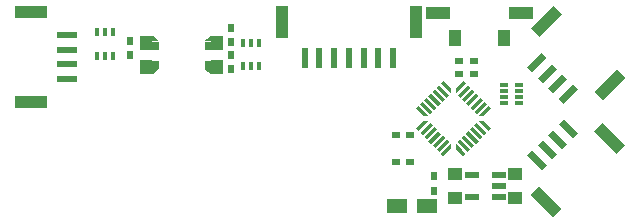
<source format=gbr>
G04 #@! TF.FileFunction,Paste,Bot*
%FSLAX46Y46*%
G04 Gerber Fmt 4.6, Leading zero omitted, Abs format (unit mm)*
G04 Created by KiCad (PCBNEW 4.0.5-e0-6337~49~ubuntu14.04.1) date Thu Jun 29 15:24:18 2017*
%MOMM*%
%LPD*%
G01*
G04 APERTURE LIST*
%ADD10C,0.100000*%
%ADD11R,0.800000X0.300000*%
%ADD12R,0.300000X0.800000*%
%ADD13R,1.200000X0.600000*%
%ADD14R,1.200000X1.000000*%
%ADD15R,1.800000X1.250000*%
%ADD16R,0.500000X0.800000*%
%ADD17R,0.800000X0.500000*%
%ADD18R,1.600000X0.800000*%
%ADD19R,1.000000X1.200000*%
%ADD20R,1.700000X0.600000*%
%ADD21R,2.700000X1.000000*%
%ADD22R,0.600000X1.700000*%
%ADD23R,1.000000X2.700000*%
%ADD24R,1.000000X1.400000*%
%ADD25R,2.000000X1.000000*%
G04 APERTURE END LIST*
D10*
G36*
X191560660Y-67630152D02*
X190924264Y-68266548D01*
X190712132Y-68054416D01*
X191348528Y-67418020D01*
X191560660Y-67630152D01*
X191560660Y-67630152D01*
G37*
G36*
X191914213Y-67983705D02*
X191065685Y-68832233D01*
X190853553Y-68620101D01*
X191702081Y-67771573D01*
X191914213Y-67983705D01*
X191914213Y-67983705D01*
G37*
G36*
X192267767Y-68337258D02*
X191419239Y-69185786D01*
X191207107Y-68973654D01*
X192055635Y-68125126D01*
X192267767Y-68337258D01*
X192267767Y-68337258D01*
G37*
G36*
X192621320Y-68690812D02*
X191772792Y-69539340D01*
X191560660Y-69327208D01*
X192409188Y-68478680D01*
X192621320Y-68690812D01*
X192621320Y-68690812D01*
G37*
G36*
X192974874Y-69044365D02*
X192126346Y-69892893D01*
X191914214Y-69680761D01*
X192762742Y-68832233D01*
X192974874Y-69044365D01*
X192974874Y-69044365D01*
G37*
G36*
X193328427Y-69397919D02*
X192479899Y-70246447D01*
X192267767Y-70034315D01*
X193116295Y-69185787D01*
X193328427Y-69397919D01*
X193328427Y-69397919D01*
G37*
G36*
X193681980Y-69751472D02*
X193045584Y-70387868D01*
X192833452Y-70175736D01*
X193469848Y-69539340D01*
X193681980Y-69751472D01*
X193681980Y-69751472D01*
G37*
G36*
X193469848Y-71660660D02*
X192833452Y-71024264D01*
X193045584Y-70812132D01*
X193681980Y-71448528D01*
X193469848Y-71660660D01*
X193469848Y-71660660D01*
G37*
G36*
X193116295Y-72014213D02*
X192267767Y-71165685D01*
X192479899Y-70953553D01*
X193328427Y-71802081D01*
X193116295Y-72014213D01*
X193116295Y-72014213D01*
G37*
G36*
X192762742Y-72367767D02*
X191914214Y-71519239D01*
X192126346Y-71307107D01*
X192974874Y-72155635D01*
X192762742Y-72367767D01*
X192762742Y-72367767D01*
G37*
G36*
X192409188Y-72721320D02*
X191560660Y-71872792D01*
X191772792Y-71660660D01*
X192621320Y-72509188D01*
X192409188Y-72721320D01*
X192409188Y-72721320D01*
G37*
G36*
X192055635Y-73074874D02*
X191207107Y-72226346D01*
X191419239Y-72014214D01*
X192267767Y-72862742D01*
X192055635Y-73074874D01*
X192055635Y-73074874D01*
G37*
G36*
X191702081Y-73428427D02*
X190853553Y-72579899D01*
X191065685Y-72367767D01*
X191914213Y-73216295D01*
X191702081Y-73428427D01*
X191702081Y-73428427D01*
G37*
G36*
X191348528Y-73781980D02*
X190712132Y-73145584D01*
X190924264Y-72933452D01*
X191560660Y-73569848D01*
X191348528Y-73781980D01*
X191348528Y-73781980D01*
G37*
G36*
X190287868Y-73145584D02*
X189651472Y-73781980D01*
X189439340Y-73569848D01*
X190075736Y-72933452D01*
X190287868Y-73145584D01*
X190287868Y-73145584D01*
G37*
G36*
X190146447Y-72579899D02*
X189297919Y-73428427D01*
X189085787Y-73216295D01*
X189934315Y-72367767D01*
X190146447Y-72579899D01*
X190146447Y-72579899D01*
G37*
G36*
X189792893Y-72226346D02*
X188944365Y-73074874D01*
X188732233Y-72862742D01*
X189580761Y-72014214D01*
X189792893Y-72226346D01*
X189792893Y-72226346D01*
G37*
G36*
X189439340Y-71872792D02*
X188590812Y-72721320D01*
X188378680Y-72509188D01*
X189227208Y-71660660D01*
X189439340Y-71872792D01*
X189439340Y-71872792D01*
G37*
G36*
X189085786Y-71519239D02*
X188237258Y-72367767D01*
X188025126Y-72155635D01*
X188873654Y-71307107D01*
X189085786Y-71519239D01*
X189085786Y-71519239D01*
G37*
G36*
X188732233Y-71165685D02*
X187883705Y-72014213D01*
X187671573Y-71802081D01*
X188520101Y-70953553D01*
X188732233Y-71165685D01*
X188732233Y-71165685D01*
G37*
G36*
X188166548Y-71024264D02*
X187530152Y-71660660D01*
X187318020Y-71448528D01*
X187954416Y-70812132D01*
X188166548Y-71024264D01*
X188166548Y-71024264D01*
G37*
G36*
X187954416Y-70387868D02*
X187318020Y-69751472D01*
X187530152Y-69539340D01*
X188166548Y-70175736D01*
X187954416Y-70387868D01*
X187954416Y-70387868D01*
G37*
G36*
X188520101Y-70246447D02*
X187671573Y-69397919D01*
X187883705Y-69185787D01*
X188732233Y-70034315D01*
X188520101Y-70246447D01*
X188520101Y-70246447D01*
G37*
G36*
X188873654Y-69892893D02*
X188025126Y-69044365D01*
X188237258Y-68832233D01*
X189085786Y-69680761D01*
X188873654Y-69892893D01*
X188873654Y-69892893D01*
G37*
G36*
X189227208Y-69539340D02*
X188378680Y-68690812D01*
X188590812Y-68478680D01*
X189439340Y-69327208D01*
X189227208Y-69539340D01*
X189227208Y-69539340D01*
G37*
G36*
X189580761Y-69185786D02*
X188732233Y-68337258D01*
X188944365Y-68125126D01*
X189792893Y-68973654D01*
X189580761Y-69185786D01*
X189580761Y-69185786D01*
G37*
G36*
X189934315Y-68832233D02*
X189085787Y-67983705D01*
X189297919Y-67771573D01*
X190146447Y-68620101D01*
X189934315Y-68832233D01*
X189934315Y-68832233D01*
G37*
G36*
X190075736Y-68266548D02*
X189439340Y-67630152D01*
X189651472Y-67418020D01*
X190287868Y-68054416D01*
X190075736Y-68266548D01*
X190075736Y-68266548D01*
G37*
G36*
X191242462Y-67948349D02*
X190676776Y-68514035D01*
X190676776Y-68089771D01*
X190818198Y-67948349D01*
X191242462Y-67948349D01*
X191242462Y-67948349D01*
G37*
G36*
X190323224Y-68514035D02*
X189757538Y-67948349D01*
X190181802Y-67948349D01*
X190323224Y-68089771D01*
X190323224Y-68514035D01*
X190323224Y-68514035D01*
G37*
G36*
X190676776Y-72685965D02*
X191242462Y-73251651D01*
X190818198Y-73251651D01*
X190676776Y-73110229D01*
X190676776Y-72685965D01*
X190676776Y-72685965D01*
G37*
G36*
X189757538Y-73251651D02*
X190323224Y-72685965D01*
X190323224Y-73110229D01*
X190181802Y-73251651D01*
X189757538Y-73251651D01*
X189757538Y-73251651D01*
G37*
G36*
X192585965Y-70423224D02*
X193151651Y-69857538D01*
X193151651Y-70281802D01*
X193010229Y-70423224D01*
X192585965Y-70423224D01*
X192585965Y-70423224D01*
G37*
G36*
X193151651Y-71342462D02*
X192585965Y-70776776D01*
X193010229Y-70776776D01*
X193151651Y-70918198D01*
X193151651Y-71342462D01*
X193151651Y-71342462D01*
G37*
G36*
X188414035Y-70776776D02*
X187848349Y-71342462D01*
X187848349Y-70918198D01*
X187989771Y-70776776D01*
X188414035Y-70776776D01*
X188414035Y-70776776D01*
G37*
G36*
X187848349Y-69857538D02*
X188414035Y-70423224D01*
X187989771Y-70423224D01*
X187848349Y-70281802D01*
X187848349Y-69857538D01*
X187848349Y-69857538D01*
G37*
D11*
X194750000Y-67800000D03*
X194750000Y-68300000D03*
X194750000Y-68800000D03*
X194750000Y-69300000D03*
X196050000Y-69300000D03*
X196050000Y-68800000D03*
X196050000Y-68300000D03*
X196050000Y-67800000D03*
D12*
X174000000Y-66200000D03*
X173350000Y-66200000D03*
X172700000Y-66200000D03*
X172700000Y-64200000D03*
X173350000Y-64200000D03*
X174000000Y-64200000D03*
D13*
X194350000Y-76300000D03*
X194350000Y-75350000D03*
X194350000Y-77250000D03*
X192050000Y-77250000D03*
X192050000Y-75350000D03*
D14*
X195750000Y-75300000D03*
X195750000Y-77300000D03*
D15*
X188300000Y-78000000D03*
X185700000Y-78000000D03*
D16*
X188850000Y-76700000D03*
X188850000Y-75500000D03*
D14*
X190600000Y-75300000D03*
X190600000Y-77300000D03*
D17*
X192200000Y-65700000D03*
X191000000Y-65700000D03*
D18*
X164800000Y-64450000D03*
X164800000Y-66050000D03*
X170200000Y-64450000D03*
X170200000Y-66050000D03*
D19*
X170500000Y-64250000D03*
X170500000Y-66250000D03*
X164500000Y-64250000D03*
X164500000Y-66250000D03*
D10*
G36*
X170050000Y-63650000D02*
X170600000Y-64050000D01*
X169400000Y-64050000D01*
X169950000Y-63650000D01*
X170050000Y-63650000D01*
X170050000Y-63650000D01*
G37*
G36*
X169950000Y-66850000D02*
X169400000Y-66450000D01*
X170600000Y-66450000D01*
X170050000Y-66850000D01*
X169950000Y-66850000D01*
X169950000Y-66850000D01*
G37*
G36*
X165050000Y-63650000D02*
X165600000Y-64050000D01*
X164400000Y-64050000D01*
X164950000Y-63650000D01*
X165050000Y-63650000D01*
X165050000Y-63650000D01*
G37*
G36*
X164950000Y-66850000D02*
X164400000Y-66450000D01*
X165600000Y-66450000D01*
X165050000Y-66850000D01*
X164950000Y-66850000D01*
X164950000Y-66850000D01*
G37*
D20*
X157800000Y-64775000D03*
X157800000Y-63525000D03*
X157800000Y-66025000D03*
X157800000Y-67275000D03*
D21*
X154750000Y-61600000D03*
X154750000Y-69200000D03*
D10*
G36*
X198526687Y-68032932D02*
X199728769Y-66830850D01*
X200153033Y-67255114D01*
X198950951Y-68457196D01*
X198526687Y-68032932D01*
X198526687Y-68032932D01*
G37*
G36*
X199410571Y-68916816D02*
X200612653Y-67714734D01*
X201036917Y-68138998D01*
X199834835Y-69341080D01*
X199410571Y-68916816D01*
X199410571Y-68916816D01*
G37*
G36*
X197642804Y-67149049D02*
X198844886Y-65946967D01*
X199269150Y-66371231D01*
X198067068Y-67573313D01*
X197642804Y-67149049D01*
X197642804Y-67149049D01*
G37*
G36*
X196758920Y-66265165D02*
X197961002Y-65063083D01*
X198385266Y-65487347D01*
X197183184Y-66689429D01*
X196758920Y-66265165D01*
X196758920Y-66265165D01*
G37*
G36*
X202433452Y-68333453D02*
X204342641Y-66424264D01*
X205049748Y-67131371D01*
X203140559Y-69040560D01*
X202433452Y-68333453D01*
X202433452Y-68333453D01*
G37*
G36*
X197059440Y-62959441D02*
X198968629Y-61050252D01*
X199675736Y-61757359D01*
X197766547Y-63666548D01*
X197059440Y-62959441D01*
X197059440Y-62959441D01*
G37*
G36*
X198067068Y-72426687D02*
X199269150Y-73628769D01*
X198844886Y-74053033D01*
X197642804Y-72850951D01*
X198067068Y-72426687D01*
X198067068Y-72426687D01*
G37*
G36*
X197183184Y-73310571D02*
X198385266Y-74512653D01*
X197961002Y-74936917D01*
X196758920Y-73734835D01*
X197183184Y-73310571D01*
X197183184Y-73310571D01*
G37*
G36*
X198950951Y-71542804D02*
X200153033Y-72744886D01*
X199728769Y-73169150D01*
X198526687Y-71967068D01*
X198950951Y-71542804D01*
X198950951Y-71542804D01*
G37*
G36*
X199834835Y-70658920D02*
X201036917Y-71861002D01*
X200612653Y-72285266D01*
X199410571Y-71083184D01*
X199834835Y-70658920D01*
X199834835Y-70658920D01*
G37*
G36*
X197766547Y-76333452D02*
X199675736Y-78242641D01*
X198968629Y-78949748D01*
X197059440Y-77040559D01*
X197766547Y-76333452D01*
X197766547Y-76333452D01*
G37*
G36*
X203140559Y-70959440D02*
X205049748Y-72868629D01*
X204342641Y-73575736D01*
X202433452Y-71666547D01*
X203140559Y-70959440D01*
X203140559Y-70959440D01*
G37*
D22*
X180400000Y-65450000D03*
X181650000Y-65450000D03*
X179150000Y-65450000D03*
X177900000Y-65450000D03*
D23*
X187325000Y-62400000D03*
X175975000Y-62400000D03*
D22*
X182900000Y-65450000D03*
X184150000Y-65450000D03*
X185400000Y-65450000D03*
D12*
X161650000Y-65300000D03*
X161000000Y-65300000D03*
X160350000Y-65300000D03*
X160350000Y-63300000D03*
X161000000Y-63300000D03*
X161650000Y-63300000D03*
D16*
X171650000Y-66450000D03*
X171650000Y-65250000D03*
D17*
X185600000Y-74300000D03*
X186800000Y-74300000D03*
X186800000Y-72000000D03*
X185600000Y-72000000D03*
X192200000Y-66800000D03*
X191000000Y-66800000D03*
D16*
X171650000Y-62900000D03*
X171650000Y-64100000D03*
X163100000Y-64050000D03*
X163100000Y-65250000D03*
D24*
X190600000Y-63800000D03*
X194800000Y-63800000D03*
D25*
X189200000Y-61650000D03*
X196200000Y-61650000D03*
M02*

</source>
